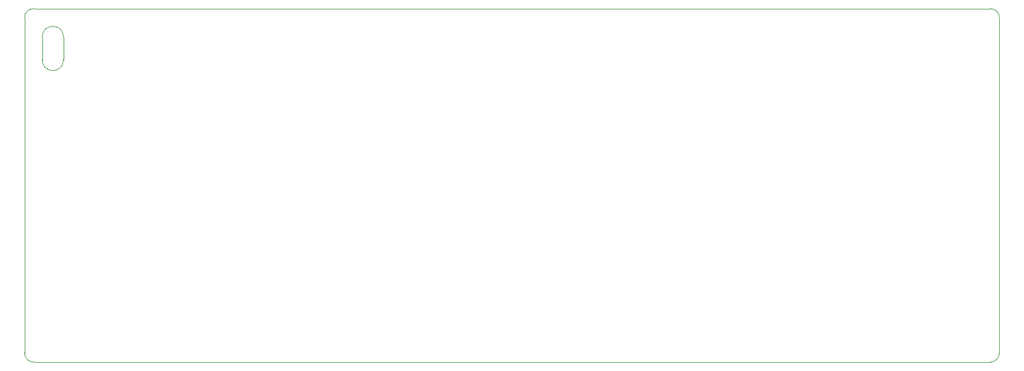
<source format=gbr>
%TF.GenerationSoftware,KiCad,Pcbnew,(6.0.10-0)*%
%TF.CreationDate,2023-01-24T09:25:04+01:00*%
%TF.ProjectId,support,73757070-6f72-4742-9e6b-696361645f70,rev?*%
%TF.SameCoordinates,Original*%
%TF.FileFunction,Profile,NP*%
%FSLAX46Y46*%
G04 Gerber Fmt 4.6, Leading zero omitted, Abs format (unit mm)*
G04 Created by KiCad (PCBNEW (6.0.10-0)) date 2023-01-24 09:25:04*
%MOMM*%
%LPD*%
G01*
G04 APERTURE LIST*
%TA.AperFunction,Profile*%
%ADD10C,0.050000*%
%TD*%
G04 APERTURE END LIST*
D10*
X73660000Y-49784000D02*
X73660000Y-53086000D01*
X76708000Y-49784000D02*
X76708000Y-53086000D01*
X73660000Y-53086000D02*
G75*
G03*
X76708000Y-53086000I1524000J0D01*
G01*
X76708000Y-49784000D02*
G75*
G03*
X73660000Y-49784000I-1524000J0D01*
G01*
X72390000Y-45720000D02*
X209921974Y-45720000D01*
X71120000Y-95250000D02*
X71120000Y-46990000D01*
X209921974Y-96520000D02*
X72390000Y-96520000D01*
X211191974Y-46990000D02*
X211191974Y-95250000D01*
X209921974Y-96520000D02*
G75*
G03*
X211191974Y-95250000I0J1270000D01*
G01*
X211191974Y-46990000D02*
G75*
G03*
X209921974Y-45720000I-1270000J0D01*
G01*
X71120000Y-95250000D02*
G75*
G03*
X72390000Y-96520000I1270000J0D01*
G01*
X72390000Y-45720000D02*
G75*
G03*
X71120000Y-46990000I0J-1270000D01*
G01*
M02*

</source>
